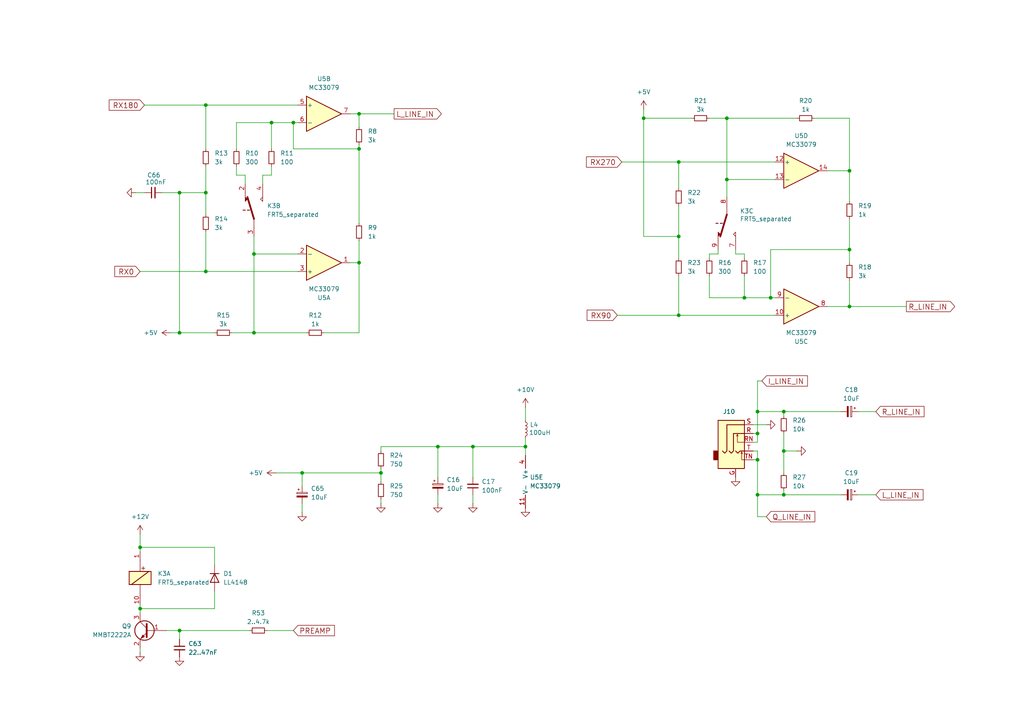
<source format=kicad_sch>
(kicad_sch (version 20231120) (generator "eeschema") (generator_version "8.0")
  (paper "A4")
  (lib_symbols
    (symbol "Amplifier_Operational:MC33079" (pin_names (offset 0.127))
      (property "Reference" "U" (at 0 5.08 0))
      (property "Value" "MC33079" (at 0 -5.08 0))
      (symbol "MC33079_1_1"
        (polyline (pts (xy -5.08 5.08) (xy 5.08 0) (xy -5.08 -5.08) (xy -5.08 5.08)) (stroke (width 0.254)) (fill (type background)))
        (pin output line (at 7.62 0 180) (length 2.54) (name "~") (number "1"))
        (pin input line (at -7.62 -2.54 0) (length 2.54) (name "-") (number "2"))
        (pin input line (at -7.62 2.54 0) (length 2.54) (name "+") (number "3"))
      )
      (symbol "MC33079_2_1"
        (polyline (pts (xy -5.08 5.08) (xy 5.08 0) (xy -5.08 -5.08) (xy -5.08 5.08)) (stroke (width 0.254)) (fill (type background)))
        (pin input line (at -7.62 2.54 0) (length 2.54) (name "+") (number "5"))
        (pin input line (at -7.62 -2.54 0) (length 2.54) (name "-") (number "6"))
        (pin output line (at 7.62 0 180) (length 2.54) (name "~") (number "7"))
      )
      (symbol "MC33079_3_1"
        (polyline (pts (xy -5.08 5.08) (xy 5.08 0) (xy -5.08 -5.08) (xy -5.08 5.08)) (stroke (width 0.254)) (fill (type background)))
        (pin input line (at -7.62 2.54 0) (length 2.54) (name "+") (number "10"))
        (pin output line (at 7.62 0 180) (length 2.54) (name "~") (number "8"))
        (pin input line (at -7.62 -2.54 0) (length 2.54) (name "-") (number "9"))
      )
      (symbol "MC33079_4_1"
        (polyline (pts (xy -5.08 5.08) (xy 5.08 0) (xy -5.08 -5.08) (xy -5.08 5.08)) (stroke (width 0.254)) (fill (type background)))
        (pin input line (at -7.62 2.54 0) (length 2.54) (name "+") (number "12"))
        (pin input line (at -7.62 -2.54 0) (length 2.54) (name "-") (number "13"))
        (pin output line (at 7.62 0 180) (length 2.54) (name "~") (number "14"))
      )
      (symbol "MC33079_5_1"
        (pin power_in line (at -2.54 -7.62 90) (length 3.81) (name "V-") (number "11"))
        (pin power_in line (at -2.54 7.62 270) (length 3.81) (name "V+") (number "4"))
      )
    )
    (symbol "Connector_Audio:AudioJack3_Ground_SwitchTR"
      (property "Reference" "J" (at 0 8.89 0))
      (property "Value" "AudioJack3_Ground_SwitchTR" (at 0 6.35 0))
      (symbol "AudioJack3_Ground_SwitchTR_0_1"
        (rectangle (start -5.08 -5.08) (end -6.35 -7.62) (stroke (width 0.254)) (fill (type outline)))
        (polyline (pts (xy 0.508 -0.254) (xy 0.762 -0.762)))
        (polyline (pts (xy 1.778 -5.334) (xy 2.032 -5.842)))
        (polyline (pts (xy 0 -5.08) (xy 0.635 -5.715) (xy 1.27 -5.08) (xy 2.54 -5.08)) (stroke (width 0.254)))
        (polyline (pts (xy 2.54 -7.62) (xy 1.778 -7.62) (xy 1.778 -5.334) (xy 1.524 -5.842)))
        (polyline (pts (xy 2.54 -2.54) (xy 0.508 -2.54) (xy 0.508 -0.254) (xy 0.254 -0.762)))
        (polyline (pts (xy -1.905 -5.08) (xy -1.27 -5.715) (xy -0.635 -5.08) (xy -0.635 0) (xy 2.54 0)) (stroke (width 0.254)))
        (polyline (pts (xy 2.54 2.54) (xy -2.54 2.54) (xy -2.54 -5.08) (xy -3.175 -5.715) (xy -3.81 -5.08)) (stroke (width 0.254)))
        (rectangle (start 2.54 3.81) (end -5.08 -10.16) (stroke (width 0.254)) (fill (type background)))
      )
      (symbol "AudioJack3_Ground_SwitchTR_1_1"
        (pin passive line (at 0 -12.7 90) (length 2.54) (name "~") (number "G"))
        (pin passive line (at 5.08 0 180) (length 2.54) (name "~") (number "R"))
        (pin passive line (at 5.08 -2.54 180) (length 2.54) (name "~") (number "RN"))
        (pin passive line (at 5.08 2.54 180) (length 2.54) (name "~") (number "S"))
        (pin passive line (at 5.08 -5.08 180) (length 2.54) (name "~") (number "T"))
        (pin passive line (at 5.08 -7.62 180) (length 2.54) (name "~") (number "TN"))
      )
    )
    (symbol "Device:C_Polarized_Small" (pin_numbers hide) (pin_names (offset 0.254) hide)
      (property "Reference" "C" (at 0.254 1.778 0))
      (property "Value" "C_Polarized_Small" (at 0.254 -2.032 0))
      (symbol "C_Polarized_Small_0_1"
        (rectangle (start -1.524 -0.3048) (end 1.524 -0.6858) (fill (type outline)))
        (rectangle (start -1.524 0.6858) (end 1.524 0.3048))
        (polyline (pts (xy -1.27 1.524) (xy -0.762 1.524)))
        (polyline (pts (xy -1.016 1.27) (xy -1.016 1.778)))
      )
      (symbol "C_Polarized_Small_1_1"
        (pin passive line (at 0 2.54 270) (length 1.8542) (name "~") (number "1"))
        (pin passive line (at 0 -2.54 90) (length 1.8542) (name "~") (number "2"))
      )
    )
    (symbol "Device:C_Small" (pin_numbers hide) (pin_names (offset 0.254) hide)
      (property "Reference" "C" (at 0.254 1.778 0))
      (property "Value" "C_Small" (at 0.254 -2.032 0))
      (symbol "C_Small_0_1"
        (polyline (pts (xy -1.524 -0.508) (xy 1.524 -0.508)) (stroke (width 0.3302)))
        (polyline (pts (xy -1.524 0.508) (xy 1.524 0.508)) (stroke (width 0.3048)))
      )
      (symbol "C_Small_1_1"
        (pin passive line (at 0 2.54 270) (length 2.032) (name "~") (number "1"))
        (pin passive line (at 0 -2.54 90) (length 2.032) (name "~") (number "2"))
      )
    )
    (symbol "Device:L_Small" (pin_numbers hide) (pin_names (offset 0.254) hide)
      (property "Reference" "L" (at 0.762 1.016 0))
      (property "Value" "L_Small" (at 0.762 -1.016 0))
      (symbol "L_Small_0_1"
        (arc (start 0 -2.032) (mid 0.5058 -1.524) (end 0 -1.016))
        (arc (start 0 -1.016) (mid 0.5058 -0.508) (end 0 0))
        (arc (start 0 0) (mid 0.5058 0.508) (end 0 1.016))
        (arc (start 0 1.016) (mid 0.5058 1.524) (end 0 2.032))
      )
      (symbol "L_Small_1_1"
        (pin passive line (at 0 2.54 270) (length 0.508) (name "~") (number "1"))
        (pin passive line (at 0 -2.54 90) (length 0.508) (name "~") (number "2"))
      )
    )
    (symbol "Device:R_Small" (pin_numbers hide) (pin_names (offset 0.254) hide)
      (property "Reference" "R" (at 0.762 0.508 0))
      (property "Value" "R_Small" (at 0.762 -1.016 0))
      (symbol "R_Small_0_1"
        (rectangle (start -0.762 1.778) (end 0.762 -1.778) (stroke (width 0.2032)))
      )
      (symbol "R_Small_1_1"
        (pin passive line (at 0 2.54 270) (length 0.762) (name "~") (number "1"))
        (pin passive line (at 0 -2.54 90) (length 0.762) (name "~") (number "2"))
      )
    )
    (symbol "Diode:LL4148" (pin_numbers hide) (pin_names hide)
      (property "Reference" "D" (at 0 2.54 0))
      (property "Value" "LL4148" (at 0 -2.54 0))
      (symbol "LL4148_0_1"
        (polyline (pts (xy -1.27 1.27) (xy -1.27 -1.27)) (stroke (width 0.254)))
        (polyline (pts (xy 1.27 0) (xy -1.27 0)))
        (polyline (pts (xy 1.27 1.27) (xy 1.27 -1.27) (xy -1.27 0) (xy 1.27 1.27)) (stroke (width 0.254)))
      )
      (symbol "LL4148_1_1"
        (pin passive line (at -3.81 0 0) (length 2.54) (name "K") (number "1"))
        (pin passive line (at 3.81 0 180) (length 2.54) (name "A") (number "2"))
      )
    )
    (symbol "Relay:FRT5_separated"
      (property "Reference" "K" (at 5.08 2.54 0))
      (property "Value" "FRT5_separated" (at 5.08 0 0))
      (symbol "FRT5_separated_1_0"
        (text "+" (at 0.889 2.921 0) (effects (font (size 1.27 1.27))))
      )
      (symbol "FRT5_separated_1_1"
        (rectangle (start -3.175 1.905) (end 3.175 -1.905) (stroke (width 0.254)) (fill (type background)))
        (polyline (pts (xy -2.54 -1.905) (xy 2.54 1.905)) (stroke (width 0.254)))
        (polyline (pts (xy 0 -5.08) (xy 0 -1.905)))
        (polyline (pts (xy 0 5.08) (xy 0 1.905)))
        (pin passive line (at 0 7.62 270) (length 2.54) (name "~") (number "1"))
        (pin passive line (at 0 -7.62 90) (length 2.54) (name "~") (number "10"))
      )
      (symbol "FRT5_separated_2_1"
        (polyline (pts (xy -3.175 0) (xy -2.54 0)) (stroke (width 0.254)))
        (polyline (pts (xy -1.905 0) (xy -1.27 0)) (stroke (width 0.254)))
        (polyline (pts (xy 0 -2.54) (xy -1.905 3.81)) (stroke (width 0.508)))
        (polyline (pts (xy 0 -2.54) (xy 0 -5.08)))
        (polyline (pts (xy -2.54 5.08) (xy -2.54 2.54) (xy -1.905 3.175) (xy -2.54 3.81)) (fill (type outline)))
        (polyline (pts (xy 2.54 5.08) (xy 2.54 2.54) (xy 1.905 3.175) (xy 2.54 3.81)))
        (pin passive line (at -2.54 7.62 270) (length 2.54) (name "~") (number "2"))
        (pin passive line (at 0 -7.62 90) (length 2.54) (name "~") (number "3"))
        (pin passive line (at 2.54 7.62 270) (length 2.54) (name "~") (number "4"))
      )
      (symbol "FRT5_separated_3_1"
        (polyline (pts (xy -3.175 0) (xy -2.54 0)) (stroke (width 0.254)))
        (polyline (pts (xy -1.905 0) (xy -1.27 0)) (stroke (width 0.254)))
        (polyline (pts (xy 0 -2.54) (xy -1.905 3.81)) (stroke (width 0.508)))
        (polyline (pts (xy 0 -2.54) (xy 0 -5.08)))
        (polyline (pts (xy -2.54 5.08) (xy -2.54 2.54) (xy -1.905 3.175) (xy -2.54 3.81)) (fill (type outline)))
        (polyline (pts (xy 2.54 5.08) (xy 2.54 2.54) (xy 1.905 3.175) (xy 2.54 3.81)))
        (pin passive line (at 2.54 7.62 270) (length 2.54) (name "~") (number "7"))
        (pin passive line (at 0 -7.62 90) (length 2.54) (name "~") (number "8"))
        (pin passive line (at -2.54 7.62 270) (length 2.54) (name "~") (number "9"))
      )
    )
    (symbol "Transistor_BJT:MMBT2222A" (pin_names (offset 0) hide)
      (property "Reference" "Q" (at 5.08 1.905 0))
      (property "Value" "MMBT2222A" (at 5.08 0 0))
      (symbol "MMBT2222A_0_1"
        (polyline (pts (xy 0.635 0.635) (xy 2.54 2.54)))
        (polyline (pts (xy 0.635 -0.635) (xy 2.54 -2.54) (xy 2.54 -2.54)))
        (polyline (pts (xy 0.635 1.905) (xy 0.635 -1.905) (xy 0.635 -1.905)) (stroke (width 0.508)))
        (polyline (pts (xy 1.27 -1.778) (xy 1.778 -1.27) (xy 2.286 -2.286) (xy 1.27 -1.778) (xy 1.27 -1.778)) (fill (type outline)))
        (circle (center 1.27 0) (radius 2.8194) (stroke (width 0.254)))
      )
      (symbol "MMBT2222A_1_1"
        (pin input line (at -5.08 0 0) (length 5.715) (name "B") (number "1"))
        (pin passive line (at 2.54 -5.08 90) (length 2.54) (name "E") (number "2"))
        (pin passive line (at 2.54 5.08 270) (length 2.54) (name "C") (number "3"))
      )
    )
    (symbol "power:+10V" (power) (pin_numbers hide) (pin_names (offset 0) hide)
      (property "Value" "+10V" (at 0 3.556 0))
      (symbol "+10V_0_1"
        (polyline (pts (xy -0.762 1.27) (xy 0 2.54)))
        (polyline (pts (xy 0 0) (xy 0 2.54)))
        (polyline (pts (xy 0 2.54) (xy 0.762 1.27)))
      )
      (symbol "+10V_1_1"
        (pin power_in line (at 0 0 90) (length 0) (name "~") (number "1"))
      )
    )
    (symbol "power:+12V" (power) (pin_numbers hide) (pin_names (offset 0) hide)
      (property "Value" "+12V" (at 0 3.556 0))
      (symbol "+12V_0_1"
        (polyline (pts (xy -0.762 1.27) (xy 0 2.54)))
        (polyline (pts (xy 0 0) (xy 0 2.54)))
        (polyline (pts (xy 0 2.54) (xy 0.762 1.27)))
      )
      (symbol "+12V_1_1"
        (pin power_in line (at 0 0 90) (length 0) (name "~") (number "1"))
      )
    )
    (symbol "power:+5V" (power) (pin_numbers hide) (pin_names (offset 0) hide)
      (property "Value" "+5V" (at 0 3.556 0))
      (symbol "+5V_0_1"
        (polyline (pts (xy -0.762 1.27) (xy 0 2.54)))
        (polyline (pts (xy 0 0) (xy 0 2.54)))
        (polyline (pts (xy 0 2.54) (xy 0.762 1.27)))
      )
      (symbol "+5V_1_1"
        (pin power_in line (at 0 0 90) (length 0) (name "~") (number "1"))
      )
    )
    (symbol "power:GND" (power) (pin_numbers hide) (pin_names (offset 0) hide)
      (property "Value" "GND" (at 0 -3.81 0))
      (symbol "GND_0_1"
        (polyline (pts (xy 0 0) (xy 0 -1.27) (xy 1.27 -1.27) (xy 0 -2.54) (xy -1.27 -1.27) (xy 0 -1.27)))
      )
      (symbol "GND_1_1"
        (pin power_in line (at 0 0 270) (length 0) (name "~") (number "1"))
      )
    )
  )
  (junction (at 227.33 143.51))
  (junction (at 104.14 43.18))
  (junction (at 215.9 86.36))
  (junction (at 59.69 78.74))
  (junction (at 219.71 143.51))
  (junction (at 210.82 52.07))
  (junction (at 223.52 86.36))
  (junction (at 85.09 35.56))
  (junction (at 227.33 119.38))
  (junction (at 52.07 55.88))
  (junction (at 127 129.54))
  (junction (at 196.85 46.99))
  (junction (at 110.49 137.16))
  (junction (at 59.69 55.88))
  (junction (at 219.71 125.73))
  (junction (at 246.38 72.39))
  (junction (at 40.64 158.75))
  (junction (at 219.71 119.38))
  (junction (at 40.64 176.53))
  (junction (at 186.69 34.29))
  (junction (at 104.14 33.02))
  (junction (at 219.71 133.35))
  (junction (at 52.07 182.88))
  (junction (at 196.85 68.58))
  (junction (at 73.66 96.52))
  (junction (at 73.66 73.66))
  (junction (at 52.07 96.52))
  (junction (at 137.16 129.54))
  (junction (at 59.69 30.48))
  (junction (at 210.82 34.29))
  (junction (at 227.33 130.81))
  (junction (at 246.38 49.53))
  (junction (at 78.74 35.56))
  (junction (at 87.63 137.16))
  (junction (at 196.85 91.44))
  (junction (at 104.14 76.2))
  (junction (at 152.4 129.54))
  (junction (at 246.38 88.9))
  (wire (pts (xy 85.09 35.56) (xy 86.36 35.56)))
  (wire (pts (xy 248.92 143.51) (xy 254 143.51)))
  (wire (pts (xy 52.07 182.88) (xy 72.39 182.88)))
  (wire (pts (xy 205.74 86.36) (xy 205.74 80.01)))
  (wire (pts (xy 85.09 43.18) (xy 85.09 35.56)))
  (wire (pts (xy 68.58 43.18) (xy 68.58 35.56)))
  (wire (pts (xy 219.71 133.35) (xy 219.71 143.51)))
  (wire (pts (xy 222.25 123.19) (xy 218.44 123.19)))
  (wire (pts (xy 104.14 33.02) (xy 114.3 33.02)))
  (wire (pts (xy 205.74 73.66) (xy 205.74 74.93)))
  (wire (pts (xy 40.64 154.94) (xy 40.64 158.75)))
  (wire (pts (xy 227.33 119.38) (xy 219.71 119.38)))
  (wire (pts (xy 40.64 158.75) (xy 62.23 158.75)))
  (wire (pts (xy 240.03 49.53) (xy 246.38 49.53)))
  (wire (pts (xy 246.38 72.39) (xy 223.52 72.39)))
  (wire (pts (xy 86.36 78.74) (xy 59.69 78.74)))
  (wire (pts (xy 215.9 86.36) (xy 205.74 86.36)))
  (wire (pts (xy 127 129.54) (xy 110.49 129.54)))
  (wire (pts (xy 196.85 80.01) (xy 196.85 91.44)))
  (wire (pts (xy 227.33 142.24) (xy 227.33 143.51)))
  (wire (pts (xy 104.14 76.2) (xy 101.6 76.2)))
  (wire (pts (xy 40.64 176.53) (xy 62.23 176.53)))
  (wire (pts (xy 49.53 96.52) (xy 52.07 96.52)))
  (wire (pts (xy 41.91 30.48) (xy 59.69 30.48)))
  (wire (pts (xy 77.47 182.88) (xy 85.09 182.88)))
  (wire (pts (xy 80.01 137.16) (xy 87.63 137.16)))
  (wire (pts (xy 246.38 49.53) (xy 246.38 58.42)))
  (wire (pts (xy 104.14 96.52) (xy 93.98 96.52)))
  (wire (pts (xy 62.23 158.75) (xy 62.23 163.83)))
  (wire (pts (xy 218.44 133.35) (xy 219.71 133.35)))
  (wire (pts (xy 180.34 46.99) (xy 196.85 46.99)))
  (wire (pts (xy 179.07 91.44) (xy 196.85 91.44)))
  (wire (pts (xy 40.64 175.26) (xy 40.64 176.53)))
  (wire (pts (xy 127 146.05) (xy 127 143.51)))
  (wire (pts (xy 215.9 74.93) (xy 215.9 73.66)))
  (wire (pts (xy 40.64 160.02) (xy 40.64 158.75)))
  (wire (pts (xy 219.71 128.27) (xy 218.44 128.27)))
  (wire (pts (xy 73.66 96.52) (xy 73.66 73.66)))
  (wire (pts (xy 223.52 86.36) (xy 215.9 86.36)))
  (wire (pts (xy 46.99 55.88) (xy 52.07 55.88)))
  (wire (pts (xy 196.85 91.44) (xy 224.79 91.44)))
  (wire (pts (xy 101.6 33.02) (xy 104.14 33.02)))
  (wire (pts (xy 110.49 144.78) (xy 110.49 146.05)))
  (wire (pts (xy 76.2 50.8) (xy 78.74 50.8)))
  (wire (pts (xy 210.82 57.15) (xy 210.82 52.07)))
  (wire (pts (xy 196.85 59.69) (xy 196.85 68.58)))
  (wire (pts (xy 208.28 72.39) (xy 208.28 73.66)))
  (wire (pts (xy 62.23 176.53) (xy 62.23 171.45)))
  (wire (pts (xy 219.71 125.73) (xy 219.71 128.27)))
  (wire (pts (xy 104.14 76.2) (xy 104.14 96.52)))
  (wire (pts (xy 215.9 80.01) (xy 215.9 86.36)))
  (wire (pts (xy 219.71 143.51) (xy 227.33 143.51)))
  (wire (pts (xy 39.37 55.88) (xy 41.91 55.88)))
  (wire (pts (xy 219.71 130.81) (xy 219.71 133.35)))
  (wire (pts (xy 104.14 41.91) (xy 104.14 43.18)))
  (wire (pts (xy 227.33 143.51) (xy 243.84 143.51)))
  (wire (pts (xy 208.28 73.66) (xy 205.74 73.66)))
  (wire (pts (xy 227.33 125.73) (xy 227.33 130.81)))
  (wire (pts (xy 152.4 127) (xy 152.4 129.54)))
  (wire (pts (xy 219.71 110.49) (xy 219.71 119.38)))
  (wire (pts (xy 78.74 35.56) (xy 85.09 35.56)))
  (wire (pts (xy 88.9 96.52) (xy 73.66 96.52)))
  (wire (pts (xy 62.23 96.52) (xy 52.07 96.52)))
  (wire (pts (xy 186.69 68.58) (xy 196.85 68.58)))
  (wire (pts (xy 40.64 176.53) (xy 40.64 177.8)))
  (wire (pts (xy 224.79 86.36) (xy 223.52 86.36)))
  (wire (pts (xy 219.71 119.38) (xy 219.71 125.73)))
  (wire (pts (xy 104.14 43.18) (xy 104.14 64.77)))
  (wire (pts (xy 213.36 73.66) (xy 213.36 72.39)))
  (wire (pts (xy 137.16 146.05) (xy 137.16 143.51)))
  (wire (pts (xy 76.2 53.34) (xy 76.2 50.8)))
  (wire (pts (xy 227.33 119.38) (xy 227.33 120.65)))
  (wire (pts (xy 48.26 182.88) (xy 52.07 182.88)))
  (wire (pts (xy 210.82 52.07) (xy 224.79 52.07)))
  (wire (pts (xy 87.63 137.16) (xy 87.63 140.97)))
  (wire (pts (xy 220.98 110.49) (xy 219.71 110.49)))
  (wire (pts (xy 196.85 46.99) (xy 196.85 54.61)))
  (wire (pts (xy 215.9 73.66) (xy 213.36 73.66)))
  (wire (pts (xy 152.4 129.54) (xy 152.4 132.08)))
  (wire (pts (xy 186.69 34.29) (xy 200.66 34.29)))
  (wire (pts (xy 210.82 34.29) (xy 210.82 52.07)))
  (wire (pts (xy 59.69 30.48) (xy 86.36 30.48)))
  (wire (pts (xy 137.16 129.54) (xy 137.16 138.43)))
  (wire (pts (xy 68.58 35.56) (xy 78.74 35.56)))
  (wire (pts (xy 196.85 68.58) (xy 196.85 74.93)))
  (wire (pts (xy 78.74 48.26) (xy 78.74 50.8)))
  (wire (pts (xy 246.38 76.2) (xy 246.38 72.39)))
  (wire (pts (xy 218.44 130.81) (xy 219.71 130.81)))
  (wire (pts (xy 196.85 46.99) (xy 224.79 46.99)))
  (wire (pts (xy 205.74 34.29) (xy 210.82 34.29)))
  (wire (pts (xy 186.69 34.29) (xy 186.69 68.58)))
  (wire (pts (xy 110.49 137.16) (xy 110.49 139.7)))
  (wire (pts (xy 246.38 63.5) (xy 246.38 72.39)))
  (wire (pts (xy 110.49 135.89) (xy 110.49 137.16)))
  (wire (pts (xy 68.58 50.8) (xy 71.12 50.8)))
  (wire (pts (xy 236.22 34.29) (xy 246.38 34.29)))
  (wire (pts (xy 87.63 137.16) (xy 110.49 137.16)))
  (wire (pts (xy 52.07 182.88) (xy 52.07 185.42)))
  (wire (pts (xy 127 129.54) (xy 137.16 129.54)))
  (wire (pts (xy 223.52 72.39) (xy 223.52 86.36)))
  (wire (pts (xy 104.14 33.02) (xy 104.14 36.83)))
  (wire (pts (xy 246.38 88.9) (xy 262.89 88.9)))
  (wire (pts (xy 240.03 88.9) (xy 246.38 88.9)))
  (wire (pts (xy 186.69 31.75) (xy 186.69 34.29)))
  (wire (pts (xy 86.36 73.66) (xy 73.66 73.66)))
  (wire (pts (xy 218.44 125.73) (xy 219.71 125.73)))
  (wire (pts (xy 59.69 78.74) (xy 40.64 78.74)))
  (wire (pts (xy 137.16 129.54) (xy 152.4 129.54)))
  (wire (pts (xy 67.31 96.52) (xy 73.66 96.52)))
  (wire (pts (xy 227.33 130.81) (xy 227.33 137.16)))
  (wire (pts (xy 152.4 118.11) (xy 152.4 121.92)))
  (wire (pts (xy 40.64 187.96) (xy 40.64 189.23)))
  (wire (pts (xy 246.38 34.29) (xy 246.38 49.53)))
  (wire (pts (xy 248.92 119.38) (xy 254 119.38)))
  (wire (pts (xy 59.69 55.88) (xy 59.69 62.23)))
  (wire (pts (xy 59.69 30.48) (xy 59.69 43.18)))
  (wire (pts (xy 71.12 50.8) (xy 71.12 53.34)))
  (wire (pts (xy 104.14 69.85) (xy 104.14 76.2)))
  (wire (pts (xy 68.58 48.26) (xy 68.58 50.8)))
  (wire (pts (xy 73.66 73.66) (xy 73.66 68.58)))
  (wire (pts (xy 246.38 88.9) (xy 246.38 81.28)))
  (wire (pts (xy 59.69 48.26) (xy 59.69 55.88)))
  (wire (pts (xy 87.63 148.59) (xy 87.63 146.05)))
  (wire (pts (xy 104.14 43.18) (xy 85.09 43.18)))
  (wire (pts (xy 52.07 55.88) (xy 59.69 55.88)))
  (wire (pts (xy 231.14 34.29) (xy 210.82 34.29)))
  (wire (pts (xy 219.71 143.51) (xy 219.71 149.86)))
  (wire (pts (xy 127 138.43) (xy 127 129.54)))
  (wire (pts (xy 227.33 130.81) (xy 231.14 130.81)))
  (wire (pts (xy 219.71 149.86) (xy 222.25 149.86)))
  (wire (pts (xy 78.74 43.18) (xy 78.74 35.56)))
  (wire (pts (xy 52.07 55.88) (xy 52.07 96.52)))
  (wire (pts (xy 110.49 129.54) (xy 110.49 130.81)))
  (wire (pts (xy 227.33 119.38) (xy 243.84 119.38)))
  (wire (pts (xy 59.69 67.31) (xy 59.69 78.74)))
  (global_label "RX180" (shape input) (at 41.91 30.48 180) (effects (font (size 1.524 1.524))) (property "Intersheetrefs" "${INTERSHEET_REFS}" (effects (hide yes))))
  (global_label "Q_LINE_IN" (shape input) (at 222.25 149.86 0) (effects (font (size 1.524 1.524))) (property "Intersheetrefs" "${INTERSHEET_REFS}" (effects (hide yes))))
  (global_label "I_LINE_IN" (shape input) (at 220.98 110.49 0) (effects (font (size 1.524 1.524))) (property "Intersheetrefs" "${INTERSHEET_REFS}" (effects (hide yes))))
  (global_label "L_LINE_IN" (shape input) (at 254 143.51 0) (effects (font (size 1.524 1.524))) (property "Intersheetrefs" "${INTERSHEET_REFS}" (effects (hide yes))))
  (global_label "R_LINE_IN" (shape input) (at 254 119.38 0) (effects (font (size 1.524 1.524))) (property "Intersheetrefs" "${INTERSHEET_REFS}" (effects (hide yes))))
  (global_label "RX90" (shape input) (at 179.07 91.44 180) (effects (font (size 1.524 1.524))) (property "Intersheetrefs" "${INTERSHEET_REFS}" (effects (hide yes))))
  (global_label "L_LINE_IN" (shape output) (at 114.3 33.02 0) (effects (font (size 1.524 1.524))) (property "Intersheetrefs" "${INTERSHEET_REFS}" (effects (hide yes))))
  (global_label "PREAMP" (shape input) (at 85.09 182.88 0) (effects (font (size 1.524 1.524))) (property "Intersheetrefs" "${INTERSHEET_REFS}" (effects (hide yes))))
  (global_label "RX270" (shape input) (at 180.34 46.99 180) (effects (font (size 1.524 1.524))) (property "Intersheetrefs" "${INTERSHEET_REFS}" (effects (hide yes))))
  (global_label "R_LINE_IN" (shape output) (at 262.89 88.9 0) (effects (font (size 1.524 1.524))) (property "Intersheetrefs" "${INTERSHEET_REFS}" (effects (hide yes))))
  (global_label "RX0" (shape input) (at 40.64 78.74 180) (effects (font (size 1.524 1.524))) (property "Intersheetrefs" "${INTERSHEET_REFS}" (effects (hide yes))))
  (symbol (lib_id "Diode:LL4148") (at 62.23 167.64 270) (unit 1)
    (property "Reference" "D1" (at 64.77 166.3699 90) (effects (justify left)))
    (property "Value" "LL4148" (at 64.77 168.9099 90) (effects (justify left)))
    (property "Footprint" "Diode_SMD:D_MiniMELF" (effects (hide yes)))
    (property "Datasheet" "http://www.vishay.com/docs/85557/ll4148.pdf" (effects (hide yes)))
    (property "Description" "100V 0.15A standard switching diode, MiniMELF" (effects (hide yes)))
    (property "Sim.Device" "D" (effects (hide yes)))
    (property "Sim.Pins" "1=K 2=A" (effects (hide yes)))
  )
  (symbol (lib_id "Amplifier_Operational:MC33079") (at 232.41 88.9 0) (mirror x) (unit 3)
    (property "Reference" "U5" (at 232.41 99.06 0))
    (property "Value" "MC33079" (at 232.41 96.52 0))
    (property "Footprint" "Package_SO:SOIC-14_3.9x8.7mm_P1.27mm" (effects (hide yes)))
    (property "Datasheet" "https://www.onsemi.com/pub/Collateral/MC33078-D.PDF" (effects (hide yes)))
    (property "Description" "Low Noise, Quad Operational Amplifiers, DIP-14/SOIC-14" (effects (hide yes)))
  )
  (symbol (lib_id "power:GND") (at 127 146.05 0) (unit 1)
    (property "Reference" "#PWR026" (effects (hide yes)))
    (property "Value" "GND" (effects (hide yes)))
    (property "Description" "Power symbol creates a global label with name \"GND\" , ground" (effects (hide yes)))
  )
  (symbol (lib_id "Relay:FRT5_separated") (at 210.82 64.77 0) (mirror x) (unit 3)
    (property "Reference" "K3" (at 214.63 61.214 0) (effects (justify left)))
    (property "Value" "FRT5_separated" (at 214.63 63.5001 0) (effects (justify left)))
    (property "Footprint" "Relay_THT:Relay_DPDT_FRT5" (effects (hide yes)))
    (property "Datasheet" "https://www.elpro.org/de/index.php?controller=attachment&id_attachment=8663" (effects (hide yes)))
    (property "Description" "FORWARD INDUSTRIAL, Miniature Dual Pole Relay, DIP-like package, separate subsymbols" (effects (hide yes)))
  )
  (symbol (lib_id "power:GND") (at 40.64 189.23 0) (unit 1)
    (property "Reference" "#PWR030" (effects (hide yes)))
    (property "Value" "GND" (effects (hide yes)))
    (property "Description" "Power symbol creates a global label with name \"GND\" , ground" (effects (hide yes)))
  )
  (symbol (lib_id "power:GND") (at 87.63 148.59 0) (unit 1)
    (property "Reference" "#PWR098" (effects (hide yes)))
    (property "Value" "GND" (effects (hide yes)))
    (property "Description" "Power symbol creates a global label with name \"GND\" , ground" (effects (hide yes)))
  )
  (symbol (lib_id "power:+5V") (at 186.69 31.75 0) (unit 1)
    (property "Reference" "#PWR022" (effects (hide yes)))
    (property "Value" "+5V" (at 186.69 26.67 0))
    (property "Description" "Power symbol creates a global label with name \"+5V\"" (effects (hide yes)))
  )
  (symbol (lib_id "Device:R_Small") (at 68.58 45.72 180) (unit 1)
    (property "Reference" "R10" (at 71.12 44.4499 0) (effects (justify right)))
    (property "Value" "300" (at 71.12 46.9899 0) (effects (justify right)))
    (property "Footprint" "Resistor_SMD:R_0603_1608Metric_Pad0.98x0.95mm_HandSolder" (effects (hide yes)))
    (property "Description" "Resistor, small symbol" (effects (hide yes)))
    (property "JLCPCB" "C23025" (effects (hide yes)))
  )
  (symbol (lib_id "Device:R_Small") (at 78.74 45.72 0) (unit 1)
    (property "Reference" "R11" (at 81.28 44.4499 0) (effects (justify left)))
    (property "Value" "100" (at 81.28 46.9899 0) (effects (justify left)))
    (property "Footprint" "Resistor_SMD:R_0603_1608Metric_Pad0.98x0.95mm_HandSolder" (effects (hide yes)))
    (property "Description" "Resistor, small symbol" (effects (hide yes)))
    (property "JLCPCB" "C22775" (effects (hide yes)))
  )
  (symbol (lib_id "Device:R_Small") (at 59.69 64.77 180) (unit 1)
    (property "Reference" "R14" (at 62.23 63.4999 0) (effects (justify right)))
    (property "Value" "3k" (at 62.23 66.0399 0) (effects (justify right)))
    (property "Footprint" "Resistor_SMD:R_0603_1608Metric_Pad0.98x0.95mm_HandSolder" (effects (hide yes)))
    (property "Description" "Resistor, small symbol" (effects (hide yes)))
    (property "JLCPCB" "C4211" (effects (hide yes)))
  )
  (symbol (lib_id "Device:R_Small") (at 203.2 34.29 270) (unit 1)
    (property "Reference" "R21" (at 203.2 29.21 90))
    (property "Value" "3k" (at 203.2 31.75 90))
    (property "Footprint" "Resistor_SMD:R_0603_1608Metric_Pad0.98x0.95mm_HandSolder" (effects (hide yes)))
    (property "Description" "Resistor, small symbol" (effects (hide yes)))
    (property "JLCPCB" "C4211" (effects (hide yes)))
  )
  (symbol (lib_id "Device:R_Small") (at 64.77 96.52 270) (unit 1)
    (property "Reference" "R15" (at 64.77 91.44 90))
    (property "Value" "3k" (at 64.77 93.98 90))
    (property "Footprint" "Resistor_SMD:R_0603_1608Metric_Pad0.98x0.95mm_HandSolder" (effects (hide yes)))
    (property "Description" "Resistor, small symbol" (effects (hide yes)))
    (property "JLCPCB" "C4211" (effects (hide yes)))
  )
  (symbol (lib_id "Device:C_Polarized_Small") (at 87.63 143.51 0) (unit 1)
    (property "Reference" "C65" (at 90.17 141.6938 0) (effects (justify left)))
    (property "Value" "10uF" (at 90.17 144.2338 0) (effects (justify left)))
    (property "Footprint" "Capacitor_Tantalum_SMD:CP_EIA-3216-18_Kemet-A_Pad1.58x1.35mm_HandSolder" (effects (hide yes)))
    (property "Description" "Polarized capacitor, small symbol" (effects (hide yes)))
    (property "JLCPCB" " C123294 " (effects (hide yes)))
  )
  (symbol (lib_id "Device:R_Small") (at 196.85 77.47 180) (unit 1)
    (property "Reference" "R23" (at 199.39 76.1999 0) (effects (justify right)))
    (property "Value" "3k" (at 199.39 78.7399 0) (effects (justify right)))
    (property "Footprint" "Resistor_SMD:R_0603_1608Metric_Pad0.98x0.95mm_HandSolder" (effects (hide yes)))
    (property "Description" "Resistor, small symbol" (effects (hide yes)))
    (property "JLCPCB" "C4211" (effects (hide yes)))
  )
  (symbol (lib_id "Transistor_BJT:MMBT2222A") (at 43.18 182.88 0) (mirror y) (unit 1)
    (property "Reference" "Q9" (at 38.1 181.6099 0) (effects (justify left)))
    (property "Value" "MMBT2222A" (at 38.1 184.1499 0) (effects (justify left)))
    (property "Footprint" "Package_TO_SOT_SMD:SOT-23" (effects (hide yes)))
    (property "Datasheet" "https://assets.nexperia.com/documents/data-sheet/MMBT2222A.pdf" (effects (hide yes)))
    (property "Description" "600mA Ic, 40V Vce, NPN Transistor, SOT-23" (effects (hide yes)))
  )
  (symbol (lib_id "Device:L_Small") (at 152.4 124.46 0) (unit 1)
    (property "Reference" "L4" (at 153.67 123.19 0) (effects (justify left)))
    (property "Value" "100uH" (at 153.416 125.476 0) (effects (justify left)))
    (property "Footprint" "Inductor_THT:L_Axial_L5.3mm_D2.2mm_P10.16mm_Horizontal_Vishay_IM-1" (effects (hide yes)))
    (property "Description" "Inductor, small symbol" (effects (hide yes)))
    (property "JLCPCB" "C394100" (effects (hide yes)))
  )
  (symbol (lib_id "power:GND") (at 222.25 123.19 90) (unit 1)
    (property "Reference" "#PWR0135" (effects (hide yes)))
    (property "Value" "GND" (effects (hide yes)))
    (property "Description" "Power symbol creates a global label with name \"GND\" , ground" (effects (hide yes)))
  )
  (symbol (lib_id "power:GND") (at 231.14 130.81 90) (unit 1)
    (property "Reference" "#PWR033" (effects (hide yes)))
    (property "Value" "GND" (effects (hide yes)))
    (property "Description" "Power symbol creates a global label with name \"GND\" , ground" (effects (hide yes)))
  )
  (symbol (lib_id "Device:R_Small") (at 104.14 39.37 180) (unit 1)
    (property "Reference" "R8" (at 106.68 38.0999 0) (effects (justify right)))
    (property "Value" "3k" (at 106.68 40.6399 0) (effects (justify right)))
    (property "Footprint" "Resistor_SMD:R_0603_1608Metric_Pad0.98x0.95mm_HandSolder" (effects (hide yes)))
    (property "Description" "Resistor, small symbol" (effects (hide yes)))
    (property "JLCPCB" "C4211" (effects (hide yes)))
  )
  (symbol (lib_id "Relay:FRT5_separated") (at 73.66 60.96 0) (unit 2)
    (property "Reference" "K3" (at 77.47 59.6899 0) (effects (justify left)))
    (property "Value" "FRT5_separated" (at 77.47 62.2299 0) (effects (justify left)))
    (property "Footprint" "Relay_THT:Relay_DPDT_FRT5" (effects (hide yes)))
    (property "Datasheet" "https://www.elpro.org/de/index.php?controller=attachment&id_attachment=8663" (effects (hide yes)))
    (property "Description" "FORWARD INDUSTRIAL, Miniature Dual Pole Relay, DIP-like package, separate subsymbols" (effects (hide yes)))
  )
  (symbol (lib_id "Relay:FRT5_separated") (at 40.64 167.64 0) (unit 1)
    (property "Reference" "K3" (at 45.72 166.3699 0) (effects (justify left)))
    (property "Value" "FRT5_separated" (at 45.72 168.9099 0) (effects (justify left)))
    (property "Footprint" "Relay_THT:Relay_DPDT_FRT5" (effects (hide yes)))
    (property "Datasheet" "https://www.elpro.org/de/index.php?controller=attachment&id_attachment=8663" (effects (hide yes)))
    (property "Description" "FORWARD INDUSTRIAL, Miniature Dual Pole Relay, DIP-like package, separate subsymbols" (effects (hide yes)))
  )
  (symbol (lib_id "Device:R_Small") (at 110.49 142.24 180) (unit 1)
    (property "Reference" "R25" (at 113.03 140.9699 0) (effects (justify right)))
    (property "Value" "750" (at 113.03 143.5099 0) (effects (justify right)))
    (property "Footprint" "SDR_footprints:R_1206_0603" (effects (hide yes)))
    (property "Description" "Resistor, small symbol" (effects (hide yes)))
    (property "JLCPCB" "C23241" (effects (hide yes)))
  )
  (symbol (lib_id "power:+5V") (at 49.53 96.52 90) (unit 1)
    (property "Reference" "#PWR023" (effects (hide yes)))
    (property "Value" "+5V" (at 45.72 96.5199 90) (effects (justify left)))
    (property "Description" "Power symbol creates a global label with name \"+5V\"" (effects (hide yes)))
  )
  (symbol (lib_id "Device:R_Small") (at 110.49 133.35 180) (unit 1)
    (property "Reference" "R24" (at 113.03 132.0799 0) (effects (justify right)))
    (property "Value" "750" (at 113.03 134.6199 0) (effects (justify right)))
    (property "Footprint" "SDR_footprints:R_1206_0603" (effects (hide yes)))
    (property "Description" "Resistor, small symbol" (effects (hide yes)))
    (property "JLCPCB" "C23241" (effects (hide yes)))
  )
  (symbol (lib_id "Connector_Audio:AudioJack3_Ground_SwitchTR") (at 213.36 125.73 0) (unit 1)
    (property "Reference" "J10" (at 211.455 119.38 0))
    (property "Value" "AudioJack3_Ground_SwitchTR" (effects (hide yes)))
    (property "Footprint" "Connector_Audio:Jack_3.5mm_CUI_SJ1-3525N_Horizontal" (effects (hide yes)))
    (property "Description" "Audio Jack, 3 Poles (Stereo / TRS), Grounded Sleeve, Switched TR Poles (Normalling)" (effects (hide yes)))
  )
  (symbol (lib_id "power:GND") (at 52.07 190.5 0) (unit 1)
    (property "Reference" "#PWR091" (effects (hide yes)))
    (property "Value" "GND" (effects (hide yes)))
    (property "Description" "Power symbol creates a global label with name \"GND\" , ground" (effects (hide yes)))
  )
  (symbol (lib_id "Amplifier_Operational:MC33079") (at 154.94 139.7 0) (unit 5)
    (property "Reference" "U5" (at 153.67 138.4299 0) (effects (justify left)))
    (property "Value" "MC33079" (at 153.67 140.9699 0) (effects (justify left)))
    (property "Footprint" "Package_SO:SOIC-14_3.9x8.7mm_P1.27mm" (effects (hide yes)))
    (property "Datasheet" "https://www.onsemi.com/pub/Collateral/MC33078-D.PDF" (effects (hide yes)))
    (property "Description" "Low Noise, Quad Operational Amplifiers, DIP-14/SOIC-14" (effects (hide yes)))
  )
  (symbol (lib_id "power:+10V") (at 152.4 118.11 0) (unit 1)
    (property "Reference" "#PWR06" (effects (hide yes)))
    (property "Value" "+10V" (at 152.4 113.03 0))
    (property "Description" "Power symbol creates a global label with name \"+10V\"" (effects (hide yes)))
  )
  (symbol (lib_id "Device:C_Small") (at 44.45 55.88 90) (unit 1)
    (property "Reference" "C66" (at 42.672 50.8 90) (effects (justify right)))
    (property "Value" "100nF" (at 42.164 52.832 90) (effects (justify right)))
    (property "Footprint" "SDR_footprints:C_1206_0603" (effects (hide yes)))
    (property "Description" "Unpolarized capacitor, small symbol" (effects (hide yes)))
    (property "JLCPCB" "C14663" (effects (hide yes)))
  )
  (symbol (lib_id "Amplifier_Operational:MC33079") (at 93.98 33.02 0) (unit 2)
    (property "Reference" "U5" (at 93.98 22.86 0))
    (property "Value" "MC33079" (at 93.98 25.4 0))
    (property "Footprint" "Package_SO:SOIC-14_3.9x8.7mm_P1.27mm" (effects (hide yes)))
    (property "Datasheet" "https://www.onsemi.com/pub/Collateral/MC33078-D.PDF" (effects (hide yes)))
    (property "Description" "Low Noise, Quad Operational Amplifiers, DIP-14/SOIC-14" (effects (hide yes)))
  )
  (symbol (lib_id "Device:R_Small") (at 246.38 60.96 180) (unit 1)
    (property "Reference" "R19" (at 248.92 59.6899 0) (effects (justify right)))
    (property "Value" "1k" (at 248.92 62.2299 0) (effects (justify right)))
    (property "Footprint" "Resistor_SMD:R_0603_1608Metric_Pad0.98x0.95mm_HandSolder" (effects (hide yes)))
    (property "Description" "Resistor, small symbol" (effects (hide yes)))
    (property "JLCPCB" "C21190" (effects (hide yes)))
  )
  (symbol (lib_id "Device:R_Small") (at 91.44 96.52 270) (unit 1)
    (property "Reference" "R12" (at 91.44 91.44 90))
    (property "Value" "1k" (at 91.44 93.98 90))
    (property "Footprint" "Resistor_SMD:R_0603_1608Metric_Pad0.98x0.95mm_HandSolder" (effects (hide yes)))
    (property "Description" "Resistor, small symbol" (effects (hide yes)))
    (property "JLCPCB" "C21190" (effects (hide yes)))
  )
  (symbol (lib_id "power:GND") (at 213.36 138.43 0) (unit 1)
    (property "Reference" "#PWR032" (effects (hide yes)))
    (property "Value" "GND" (effects (hide yes)))
    (property "Description" "Power symbol creates a global label with name \"GND\" , ground" (effects (hide yes)))
  )
  (symbol (lib_id "Device:R_Small") (at 59.69 45.72 180) (unit 1)
    (property "Reference" "R13" (at 62.23 44.4499 0) (effects (justify right)))
    (property "Value" "3k" (at 62.23 46.9899 0) (effects (justify right)))
    (property "Footprint" "Resistor_SMD:R_0603_1608Metric_Pad0.98x0.95mm_HandSolder" (effects (hide yes)))
    (property "Description" "Resistor, small symbol" (effects (hide yes)))
    (property "JLCPCB" "C4211" (effects (hide yes)))
  )
  (symbol (lib_id "Device:C_Polarized_Small") (at 246.38 143.51 270) (unit 1)
    (property "Reference" "C19" (at 246.9261 137.16 90))
    (property "Value" "10uF" (at 246.9261 139.7 90))
    (property "Footprint" "Capacitor_Tantalum_SMD:CP_EIA-3216-18_Kemet-A_Pad1.58x1.35mm_HandSolder" (effects (hide yes)))
    (property "Description" "Polarized capacitor, small symbol" (effects (hide yes)))
    (property "JLCPCB" " C123294 " (effects (hide yes)))
  )
  (symbol (lib_id "Device:R_Small") (at 215.9 77.47 180) (unit 1)
    (property "Reference" "R17" (at 218.44 76.1999 0) (effects (justify right)))
    (property "Value" "100" (at 218.44 78.7399 0) (effects (justify right)))
    (property "Footprint" "Resistor_SMD:R_0603_1608Metric_Pad0.98x0.95mm_HandSolder" (effects (hide yes)))
    (property "Description" "Resistor, small symbol" (effects (hide yes)))
    (property "JLCPCB" "C22775" (effects (hide yes)))
  )
  (symbol (lib_id "Device:R_Small") (at 227.33 123.19 0) (unit 1)
    (property "Reference" "R26" (at 229.87 121.9199 0) (effects (justify left)))
    (property "Value" "10k" (at 229.87 124.4599 0) (effects (justify left)))
    (property "Footprint" "Resistor_SMD:R_0603_1608Metric_Pad0.98x0.95mm_HandSolder" (effects (hide yes)))
    (property "Description" "Resistor, small symbol" (effects (hide yes)))
    (property "JLCPCB" "C25804" (effects (hide yes)))
  )
  (symbol (lib_id "Device:R_Small") (at 205.74 77.47 180) (unit 1)
    (property "Reference" "R16" (at 208.28 76.1999 0) (effects (justify right)))
    (property "Value" "300" (at 208.28 78.7399 0) (effects (justify right)))
    (property "Footprint" "Resistor_SMD:R_0603_1608Metric_Pad0.98x0.95mm_HandSolder" (effects (hide yes)))
    (property "Description" "Resistor, small symbol" (effects (hide yes)))
    (property "JLCPCB" "C23025" (effects (hide yes)))
  )
  (symbol (lib_id "Device:R_Small") (at 246.38 78.74 180) (unit 1)
    (property "Reference" "R18" (at 248.92 77.4699 0) (effects (justify right)))
    (property "Value" "3k" (at 248.92 80.0099 0) (effects (justify right)))
    (property "Footprint" "Resistor_SMD:R_0603_1608Metric_Pad0.98x0.95mm_HandSolder" (effects (hide yes)))
    (property "Description" "Resistor, small symbol" (effects (hide yes)))
    (property "JLCPCB" "C4211" (effects (hide yes)))
  )
  (symbol (lib_id "Device:R_Small") (at 104.14 67.31 180) (unit 1)
    (property "Reference" "R9" (at 106.68 66.0399 0) (effects (justify right)))
    (property "Value" "1k" (at 106.68 68.5799 0) (effects (justify right)))
    (property "Footprint" "Resistor_SMD:R_0603_1608Metric_Pad0.98x0.95mm_HandSolder" (effects (hide yes)))
    (property "Description" "Resistor, small symbol" (effects (hide yes)))
    (property "JLCPCB" "C21190" (effects (hide yes)))
  )
  (symbol (lib_id "Device:R_Small") (at 196.85 57.15 180) (unit 1)
    (property "Reference" "R22" (at 199.39 55.8799 0) (effects (justify right)))
    (property "Value" "3k" (at 199.39 58.4199 0) (effects (justify right)))
    (property "Footprint" "Resistor_SMD:R_0603_1608Metric_Pad0.98x0.95mm_HandSolder" (effects (hide yes)))
    (property "Description" "Resistor, small symbol" (effects (hide yes)))
    (property "JLCPCB" "C4211" (effects (hide yes)))
  )
  (symbol (lib_id "Device:C_Polarized_Small") (at 246.38 119.38 270) (unit 1)
    (property "Reference" "C18" (at 246.9261 113.03 90))
    (property "Value" "10uF" (at 246.9261 115.57 90))
    (property "Footprint" "Capacitor_Tantalum_SMD:CP_EIA-3216-18_Kemet-A_Pad1.58x1.35mm_HandSolder" (effects (hide yes)))
    (property "Description" "Polarized capacitor, small symbol" (effects (hide yes)))
    (property "JLCPCB" " C123294 " (effects (hide yes)))
  )
  (symbol (lib_id "power:GND") (at 39.37 55.88 270) (unit 1)
    (property "Reference" "#PWR099" (effects (hide yes)))
    (property "Value" "GND" (effects (hide yes)))
    (property "Description" "Power symbol creates a global label with name \"GND\" , ground" (effects (hide yes)))
  )
  (symbol (lib_id "power:GND") (at 110.49 146.05 0) (unit 1)
    (property "Reference" "#PWR028" (effects (hide yes)))
    (property "Value" "GND" (effects (hide yes)))
    (property "Description" "Power symbol creates a global label with name \"GND\" , ground" (effects (hide yes)))
  )
  (symbol (lib_id "power:GND") (at 152.4 147.32 0) (unit 1)
    (property "Reference" "#PWR025" (effects (hide yes)))
    (property "Value" "GND" (effects (hide yes)))
    (property "Description" "Power symbol creates a global label with name \"GND\" , ground" (effects (hide yes)))
  )
  (symbol (lib_id "Device:R_Small") (at 227.33 139.7 0) (unit 1)
    (property "Reference" "R27" (at 229.87 138.4299 0) (effects (justify left)))
    (property "Value" "10k" (at 229.87 140.9699 0) (effects (justify left)))
    (property "Footprint" "Resistor_SMD:R_0603_1608Metric_Pad0.98x0.95mm_HandSolder" (effects (hide yes)))
    (property "Description" "Resistor, small symbol" (effects (hide yes)))
    (property "JLCPCB" "C25804" (effects (hide yes)))
  )
  (symbol (lib_id "Amplifier_Operational:MC33079") (at 93.98 76.2 0) (mirror x) (unit 1)
    (property "Reference" "U5" (at 93.98 86.36 0))
    (property "Value" "MC33079" (at 93.98 83.82 0))
    (property "Footprint" "Package_SO:SOIC-14_3.9x8.7mm_P1.27mm" (effects (hide yes)))
    (property "Datasheet" "https://www.onsemi.com/pub/Collateral/MC33078-D.PDF" (effects (hide yes)))
    (property "Description" "Low Noise, Quad Operational Amplifiers, DIP-14/SOIC-14" (effects (hide yes)))
  )
  (symbol (lib_id "power:+5V") (at 80.01 137.16 90) (unit 1)
    (property "Reference" "#PWR029" (effects (hide yes)))
    (property "Value" "+5V" (at 76.2 137.1599 90) (effects (justify left)))
    (property "Description" "Power symbol creates a global label with name \"+5V\"" (effects (hide yes)))
  )
  (symbol (lib_id "Device:R_Small") (at 74.93 182.88 90) (unit 1)
    (property "Reference" "R53" (at 74.93 177.8 90))
    (property "Value" "2..4.7k" (at 74.93 180.34 90))
    (property "Footprint" "SDR_footprints:R_1206_0603" (effects (hide yes)))
    (property "Description" "Resistor, small symbol" (effects (hide yes)))
  )
  (symbol (lib_id "power:+12V") (at 40.64 154.94 0) (unit 1)
    (property "Reference" "#PWR031" (effects (hide yes)))
    (property "Value" "+12V" (at 40.64 149.86 0))
    (property "Description" "Power symbol creates a global label with name \"+12V\"" (effects (hide yes)))
  )
  (symbol (lib_id "Amplifier_Operational:MC33079") (at 232.41 49.53 0) (unit 4)
    (property "Reference" "U5" (at 232.41 39.37 0))
    (property "Value" "MC33079" (at 232.41 41.91 0))
    (property "Footprint" "Package_SO:SOIC-14_3.9x8.7mm_P1.27mm" (effects (hide yes)))
    (property "Datasheet" "https://www.onsemi.com/pub/Collateral/MC33078-D.PDF" (effects (hide yes)))
    (property "Description" "Low Noise, Quad Operational Amplifiers, DIP-14/SOIC-14" (effects (hide yes)))
  )
  (symbol (lib_id "Device:C_Small") (at 52.07 187.96 0) (unit 1)
    (property "Reference" "C63" (at 54.61 186.6962 0) (effects (justify left)))
    (property "Value" "22..47nF" (at 54.61 189.2362 0) (effects (justify left)))
    (property "Footprint" "SDR_footprints:C_1206_0603" (effects (hide yes)))
    (property "Description" "Unpolarized capacitor, small symbol" (effects (hide yes)))
  )
  (symbol (lib_id "Device:C_Small") (at 137.16 140.97 180) (unit 1)
    (property "Reference" "C17" (at 139.7 139.6935 0) (effects (justify right)))
    (property "Value" "100nF" (at 139.7 142.2335 0) (effects (justify right)))
    (property "Footprint" "SDR_footprints:C_1206_0603" (effects (hide yes)))
    (property "Description" "Unpolarized capacitor, small symbol" (effects (hide yes)))
    (property "JLCPCB" "C14663" (effects (hide yes)))
  )
  (symbol (lib_id "power:GND") (at 137.16 146.05 0) (unit 1)
    (property "Reference" "#PWR027" (effects (hide yes)))
    (property "Value" "GND" (effects (hide yes)))
    (property "Description" "Power symbol creates a global label with name \"GND\" , ground" (effects (hide yes)))
  )
  (symbol (lib_id "Device:R_Small") (at 233.68 34.29 270) (unit 1)
    (property "Reference" "R20" (at 233.68 29.21 90))
    (property "Value" "1k" (at 233.68 31.75 90))
    (property "Footprint" "Resistor_SMD:R_0603_1608Metric_Pad0.98x0.95mm_HandSolder" (effects (hide yes)))
    (property "Description" "Resistor, small symbol" (effects (hide yes)))
    (property "JLCPCB" "C21190" (effects (hide yes)))
  )
  (symbol (lib_id "Device:C_Polarized_Small") (at 127 140.97 0) (unit 1)
    (property "Reference" "C16" (at 129.54 139.1538 0) (effects (justify left)))
    (property "Value" "10uF" (at 129.54 141.6938 0) (effects (justify left)))
    (property "Footprint" "Capacitor_Tantalum_SMD:CP_EIA-3216-18_Kemet-A_Pad1.58x1.35mm_HandSolder" (effects (hide yes)))
    (property "Description" "Polarized capacitor, small symbol" (effects (hide yes)))
    (property "JLCPCB" " C123294 " (effects (hide yes)))
  )
)
</source>
